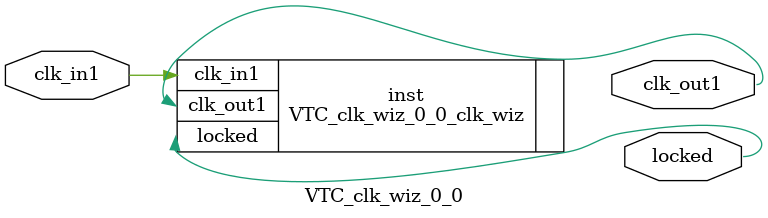
<source format=v>


`timescale 1ps/1ps

(* CORE_GENERATION_INFO = "VTC_clk_wiz_0_0,clk_wiz_v6_0_3_0_0,{component_name=VTC_clk_wiz_0_0,use_phase_alignment=true,use_min_o_jitter=false,use_max_i_jitter=false,use_dyn_phase_shift=false,use_inclk_switchover=false,use_dyn_reconfig=false,enable_axi=0,feedback_source=FDBK_AUTO,PRIMITIVE=MMCM,num_out_clk=1,clkin1_period=20.000,clkin2_period=10.0,use_power_down=false,use_reset=false,use_locked=true,use_inclk_stopped=false,feedback_type=SINGLE,CLOCK_MGR_TYPE=NA,manual_override=false}" *)

module VTC_clk_wiz_0_0 
 (
  // Clock out ports
  output        clk_out1,
  // Status and control signals
  output        locked,
 // Clock in ports
  input         clk_in1
 );

  VTC_clk_wiz_0_0_clk_wiz inst
  (
  // Clock out ports  
  .clk_out1(clk_out1),
  // Status and control signals               
  .locked(locked),
 // Clock in ports
  .clk_in1(clk_in1)
  );

endmodule

</source>
